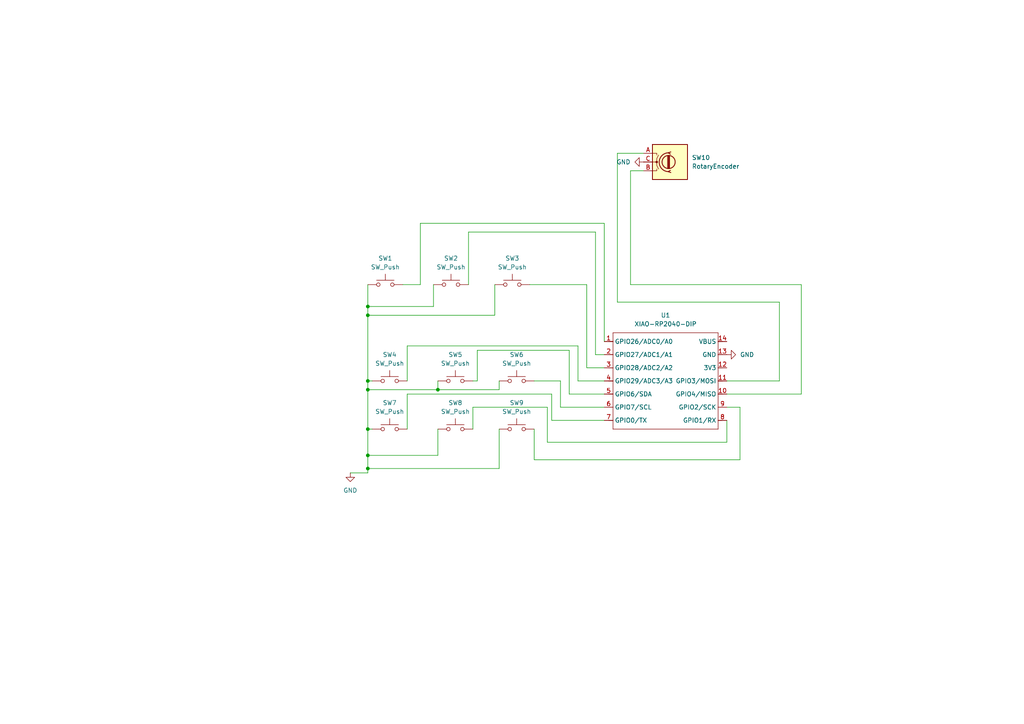
<source format=kicad_sch>
(kicad_sch
	(version 20250114)
	(generator "eeschema")
	(generator_version "9.0")
	(uuid "10659c34-eb51-49c6-994f-335cbfc43dc7")
	(paper "A4")
	(lib_symbols
		(symbol "Device:RotaryEncoder"
			(pin_names
				(offset 0.254)
				(hide yes)
			)
			(exclude_from_sim no)
			(in_bom yes)
			(on_board yes)
			(property "Reference" "SW"
				(at 0 6.604 0)
				(effects
					(font
						(size 1.27 1.27)
					)
				)
			)
			(property "Value" "RotaryEncoder"
				(at 0 -6.604 0)
				(effects
					(font
						(size 1.27 1.27)
					)
				)
			)
			(property "Footprint" ""
				(at -3.81 4.064 0)
				(effects
					(font
						(size 1.27 1.27)
					)
					(hide yes)
				)
			)
			(property "Datasheet" "~"
				(at 0 6.604 0)
				(effects
					(font
						(size 1.27 1.27)
					)
					(hide yes)
				)
			)
			(property "Description" "Rotary encoder, dual channel, incremental quadrate outputs"
				(at 0 0 0)
				(effects
					(font
						(size 1.27 1.27)
					)
					(hide yes)
				)
			)
			(property "ki_keywords" "rotary switch encoder"
				(at 0 0 0)
				(effects
					(font
						(size 1.27 1.27)
					)
					(hide yes)
				)
			)
			(property "ki_fp_filters" "RotaryEncoder*"
				(at 0 0 0)
				(effects
					(font
						(size 1.27 1.27)
					)
					(hide yes)
				)
			)
			(symbol "RotaryEncoder_0_1"
				(rectangle
					(start -5.08 5.08)
					(end 5.08 -5.08)
					(stroke
						(width 0.254)
						(type default)
					)
					(fill
						(type background)
					)
				)
				(polyline
					(pts
						(xy -5.08 2.54) (xy -3.81 2.54) (xy -3.81 2.032)
					)
					(stroke
						(width 0)
						(type default)
					)
					(fill
						(type none)
					)
				)
				(polyline
					(pts
						(xy -5.08 0) (xy -3.81 0) (xy -3.81 -1.016) (xy -3.302 -2.032)
					)
					(stroke
						(width 0)
						(type default)
					)
					(fill
						(type none)
					)
				)
				(polyline
					(pts
						(xy -5.08 -2.54) (xy -3.81 -2.54) (xy -3.81 -2.032)
					)
					(stroke
						(width 0)
						(type default)
					)
					(fill
						(type none)
					)
				)
				(polyline
					(pts
						(xy -4.318 0) (xy -3.81 0) (xy -3.81 1.016) (xy -3.302 2.032)
					)
					(stroke
						(width 0)
						(type default)
					)
					(fill
						(type none)
					)
				)
				(circle
					(center -3.81 0)
					(radius 0.254)
					(stroke
						(width 0)
						(type default)
					)
					(fill
						(type outline)
					)
				)
				(polyline
					(pts
						(xy -0.635 -1.778) (xy -0.635 1.778)
					)
					(stroke
						(width 0.254)
						(type default)
					)
					(fill
						(type none)
					)
				)
				(circle
					(center -0.381 0)
					(radius 1.905)
					(stroke
						(width 0.254)
						(type default)
					)
					(fill
						(type none)
					)
				)
				(polyline
					(pts
						(xy -0.381 -1.778) (xy -0.381 1.778)
					)
					(stroke
						(width 0.254)
						(type default)
					)
					(fill
						(type none)
					)
				)
				(arc
					(start -0.381 -2.794)
					(mid -3.0988 -0.0635)
					(end -0.381 2.667)
					(stroke
						(width 0.254)
						(type default)
					)
					(fill
						(type none)
					)
				)
				(polyline
					(pts
						(xy -0.127 1.778) (xy -0.127 -1.778)
					)
					(stroke
						(width 0.254)
						(type default)
					)
					(fill
						(type none)
					)
				)
				(polyline
					(pts
						(xy 0.254 2.921) (xy -0.508 2.667) (xy 0.127 2.286)
					)
					(stroke
						(width 0.254)
						(type default)
					)
					(fill
						(type none)
					)
				)
				(polyline
					(pts
						(xy 0.254 -3.048) (xy -0.508 -2.794) (xy 0.127 -2.413)
					)
					(stroke
						(width 0.254)
						(type default)
					)
					(fill
						(type none)
					)
				)
			)
			(symbol "RotaryEncoder_1_1"
				(pin passive line
					(at -7.62 2.54 0)
					(length 2.54)
					(name "A"
						(effects
							(font
								(size 1.27 1.27)
							)
						)
					)
					(number "A"
						(effects
							(font
								(size 1.27 1.27)
							)
						)
					)
				)
				(pin passive line
					(at -7.62 0 0)
					(length 2.54)
					(name "C"
						(effects
							(font
								(size 1.27 1.27)
							)
						)
					)
					(number "C"
						(effects
							(font
								(size 1.27 1.27)
							)
						)
					)
				)
				(pin passive line
					(at -7.62 -2.54 0)
					(length 2.54)
					(name "B"
						(effects
							(font
								(size 1.27 1.27)
							)
						)
					)
					(number "B"
						(effects
							(font
								(size 1.27 1.27)
							)
						)
					)
				)
			)
			(embedded_fonts no)
		)
		(symbol "Switch:SW_Push"
			(pin_numbers
				(hide yes)
			)
			(pin_names
				(offset 1.016)
				(hide yes)
			)
			(exclude_from_sim no)
			(in_bom yes)
			(on_board yes)
			(property "Reference" "SW"
				(at 1.27 2.54 0)
				(effects
					(font
						(size 1.27 1.27)
					)
					(justify left)
				)
			)
			(property "Value" "SW_Push"
				(at 0 -1.524 0)
				(effects
					(font
						(size 1.27 1.27)
					)
				)
			)
			(property "Footprint" ""
				(at 0 5.08 0)
				(effects
					(font
						(size 1.27 1.27)
					)
					(hide yes)
				)
			)
			(property "Datasheet" "~"
				(at 0 5.08 0)
				(effects
					(font
						(size 1.27 1.27)
					)
					(hide yes)
				)
			)
			(property "Description" "Push button switch, generic, two pins"
				(at 0 0 0)
				(effects
					(font
						(size 1.27 1.27)
					)
					(hide yes)
				)
			)
			(property "ki_keywords" "switch normally-open pushbutton push-button"
				(at 0 0 0)
				(effects
					(font
						(size 1.27 1.27)
					)
					(hide yes)
				)
			)
			(symbol "SW_Push_0_1"
				(circle
					(center -2.032 0)
					(radius 0.508)
					(stroke
						(width 0)
						(type default)
					)
					(fill
						(type none)
					)
				)
				(polyline
					(pts
						(xy 0 1.27) (xy 0 3.048)
					)
					(stroke
						(width 0)
						(type default)
					)
					(fill
						(type none)
					)
				)
				(circle
					(center 2.032 0)
					(radius 0.508)
					(stroke
						(width 0)
						(type default)
					)
					(fill
						(type none)
					)
				)
				(polyline
					(pts
						(xy 2.54 1.27) (xy -2.54 1.27)
					)
					(stroke
						(width 0)
						(type default)
					)
					(fill
						(type none)
					)
				)
				(pin passive line
					(at -5.08 0 0)
					(length 2.54)
					(name "1"
						(effects
							(font
								(size 1.27 1.27)
							)
						)
					)
					(number "1"
						(effects
							(font
								(size 1.27 1.27)
							)
						)
					)
				)
				(pin passive line
					(at 5.08 0 180)
					(length 2.54)
					(name "2"
						(effects
							(font
								(size 1.27 1.27)
							)
						)
					)
					(number "2"
						(effects
							(font
								(size 1.27 1.27)
							)
						)
					)
				)
			)
			(embedded_fonts no)
		)
		(symbol "custom hackpad:XIAO-RP2040-DIP"
			(exclude_from_sim no)
			(in_bom yes)
			(on_board yes)
			(property "Reference" "U"
				(at 0 0 0)
				(effects
					(font
						(size 1.27 1.27)
					)
				)
			)
			(property "Value" "XIAO-RP2040-DIP"
				(at 5.334 -1.778 0)
				(effects
					(font
						(size 1.27 1.27)
					)
				)
			)
			(property "Footprint" "Module:MOUDLE14P-XIAO-DIP-SMD"
				(at 14.478 -32.258 0)
				(effects
					(font
						(size 1.27 1.27)
					)
					(hide yes)
				)
			)
			(property "Datasheet" ""
				(at 0 0 0)
				(effects
					(font
						(size 1.27 1.27)
					)
					(hide yes)
				)
			)
			(property "Description" ""
				(at 0 0 0)
				(effects
					(font
						(size 1.27 1.27)
					)
					(hide yes)
				)
			)
			(symbol "XIAO-RP2040-DIP_1_0"
				(polyline
					(pts
						(xy -1.27 -2.54) (xy 29.21 -2.54)
					)
					(stroke
						(width 0.1524)
						(type solid)
					)
					(fill
						(type none)
					)
				)
				(polyline
					(pts
						(xy -1.27 -5.08) (xy -2.54 -5.08)
					)
					(stroke
						(width 0.1524)
						(type solid)
					)
					(fill
						(type none)
					)
				)
				(polyline
					(pts
						(xy -1.27 -5.08) (xy -1.27 -2.54)
					)
					(stroke
						(width 0.1524)
						(type solid)
					)
					(fill
						(type none)
					)
				)
				(polyline
					(pts
						(xy -1.27 -8.89) (xy -2.54 -8.89)
					)
					(stroke
						(width 0.1524)
						(type solid)
					)
					(fill
						(type none)
					)
				)
				(polyline
					(pts
						(xy -1.27 -8.89) (xy -1.27 -5.08)
					)
					(stroke
						(width 0.1524)
						(type solid)
					)
					(fill
						(type none)
					)
				)
				(polyline
					(pts
						(xy -1.27 -12.7) (xy -2.54 -12.7)
					)
					(stroke
						(width 0.1524)
						(type solid)
					)
					(fill
						(type none)
					)
				)
				(polyline
					(pts
						(xy -1.27 -12.7) (xy -1.27 -8.89)
					)
					(stroke
						(width 0.1524)
						(type solid)
					)
					(fill
						(type none)
					)
				)
				(polyline
					(pts
						(xy -1.27 -16.51) (xy -2.54 -16.51)
					)
					(stroke
						(width 0.1524)
						(type solid)
					)
					(fill
						(type none)
					)
				)
				(polyline
					(pts
						(xy -1.27 -16.51) (xy -1.27 -12.7)
					)
					(stroke
						(width 0.1524)
						(type solid)
					)
					(fill
						(type none)
					)
				)
				(polyline
					(pts
						(xy -1.27 -20.32) (xy -2.54 -20.32)
					)
					(stroke
						(width 0.1524)
						(type solid)
					)
					(fill
						(type none)
					)
				)
				(polyline
					(pts
						(xy -1.27 -24.13) (xy -2.54 -24.13)
					)
					(stroke
						(width 0.1524)
						(type solid)
					)
					(fill
						(type none)
					)
				)
				(polyline
					(pts
						(xy -1.27 -27.94) (xy -2.54 -27.94)
					)
					(stroke
						(width 0.1524)
						(type solid)
					)
					(fill
						(type none)
					)
				)
				(polyline
					(pts
						(xy -1.27 -30.48) (xy -1.27 -16.51)
					)
					(stroke
						(width 0.1524)
						(type solid)
					)
					(fill
						(type none)
					)
				)
				(polyline
					(pts
						(xy 29.21 -2.54) (xy 29.21 -5.08)
					)
					(stroke
						(width 0.1524)
						(type solid)
					)
					(fill
						(type none)
					)
				)
				(polyline
					(pts
						(xy 29.21 -5.08) (xy 29.21 -8.89)
					)
					(stroke
						(width 0.1524)
						(type solid)
					)
					(fill
						(type none)
					)
				)
				(polyline
					(pts
						(xy 29.21 -8.89) (xy 29.21 -12.7)
					)
					(stroke
						(width 0.1524)
						(type solid)
					)
					(fill
						(type none)
					)
				)
				(polyline
					(pts
						(xy 29.21 -12.7) (xy 29.21 -30.48)
					)
					(stroke
						(width 0.1524)
						(type solid)
					)
					(fill
						(type none)
					)
				)
				(polyline
					(pts
						(xy 29.21 -30.48) (xy -1.27 -30.48)
					)
					(stroke
						(width 0.1524)
						(type solid)
					)
					(fill
						(type none)
					)
				)
				(polyline
					(pts
						(xy 30.48 -5.08) (xy 29.21 -5.08)
					)
					(stroke
						(width 0.1524)
						(type solid)
					)
					(fill
						(type none)
					)
				)
				(polyline
					(pts
						(xy 30.48 -8.89) (xy 29.21 -8.89)
					)
					(stroke
						(width 0.1524)
						(type solid)
					)
					(fill
						(type none)
					)
				)
				(polyline
					(pts
						(xy 30.48 -12.7) (xy 29.21 -12.7)
					)
					(stroke
						(width 0.1524)
						(type solid)
					)
					(fill
						(type none)
					)
				)
				(polyline
					(pts
						(xy 30.48 -16.51) (xy 29.21 -16.51)
					)
					(stroke
						(width 0.1524)
						(type solid)
					)
					(fill
						(type none)
					)
				)
				(polyline
					(pts
						(xy 30.48 -20.32) (xy 29.21 -20.32)
					)
					(stroke
						(width 0.1524)
						(type solid)
					)
					(fill
						(type none)
					)
				)
				(polyline
					(pts
						(xy 30.48 -24.13) (xy 29.21 -24.13)
					)
					(stroke
						(width 0.1524)
						(type solid)
					)
					(fill
						(type none)
					)
				)
				(polyline
					(pts
						(xy 30.48 -27.94) (xy 29.21 -27.94)
					)
					(stroke
						(width 0.1524)
						(type solid)
					)
					(fill
						(type none)
					)
				)
				(pin passive line
					(at -3.81 -5.08 0)
					(length 2.54)
					(name "GPIO26/ADC0/A0"
						(effects
							(font
								(size 1.27 1.27)
							)
						)
					)
					(number "1"
						(effects
							(font
								(size 1.27 1.27)
							)
						)
					)
				)
				(pin passive line
					(at -3.81 -8.89 0)
					(length 2.54)
					(name "GPIO27/ADC1/A1"
						(effects
							(font
								(size 1.27 1.27)
							)
						)
					)
					(number "2"
						(effects
							(font
								(size 1.27 1.27)
							)
						)
					)
				)
				(pin passive line
					(at -3.81 -12.7 0)
					(length 2.54)
					(name "GPIO28/ADC2/A2"
						(effects
							(font
								(size 1.27 1.27)
							)
						)
					)
					(number "3"
						(effects
							(font
								(size 1.27 1.27)
							)
						)
					)
				)
				(pin passive line
					(at -3.81 -16.51 0)
					(length 2.54)
					(name "GPIO29/ADC3/A3"
						(effects
							(font
								(size 1.27 1.27)
							)
						)
					)
					(number "4"
						(effects
							(font
								(size 1.27 1.27)
							)
						)
					)
				)
				(pin passive line
					(at -3.81 -20.32 0)
					(length 2.54)
					(name "GPIO6/SDA"
						(effects
							(font
								(size 1.27 1.27)
							)
						)
					)
					(number "5"
						(effects
							(font
								(size 1.27 1.27)
							)
						)
					)
				)
				(pin passive line
					(at -3.81 -24.13 0)
					(length 2.54)
					(name "GPIO7/SCL"
						(effects
							(font
								(size 1.27 1.27)
							)
						)
					)
					(number "6"
						(effects
							(font
								(size 1.27 1.27)
							)
						)
					)
				)
				(pin passive line
					(at -3.81 -27.94 0)
					(length 2.54)
					(name "GPIO0/TX"
						(effects
							(font
								(size 1.27 1.27)
							)
						)
					)
					(number "7"
						(effects
							(font
								(size 1.27 1.27)
							)
						)
					)
				)
				(pin passive line
					(at 31.75 -5.08 180)
					(length 2.54)
					(name "VBUS"
						(effects
							(font
								(size 1.27 1.27)
							)
						)
					)
					(number "14"
						(effects
							(font
								(size 1.27 1.27)
							)
						)
					)
				)
				(pin passive line
					(at 31.75 -8.89 180)
					(length 2.54)
					(name "GND"
						(effects
							(font
								(size 1.27 1.27)
							)
						)
					)
					(number "13"
						(effects
							(font
								(size 1.27 1.27)
							)
						)
					)
				)
				(pin passive line
					(at 31.75 -12.7 180)
					(length 2.54)
					(name "3V3"
						(effects
							(font
								(size 1.27 1.27)
							)
						)
					)
					(number "12"
						(effects
							(font
								(size 1.27 1.27)
							)
						)
					)
				)
				(pin passive line
					(at 31.75 -16.51 180)
					(length 2.54)
					(name "GPIO3/MOSI"
						(effects
							(font
								(size 1.27 1.27)
							)
						)
					)
					(number "11"
						(effects
							(font
								(size 1.27 1.27)
							)
						)
					)
				)
				(pin passive line
					(at 31.75 -20.32 180)
					(length 2.54)
					(name "GPIO4/MISO"
						(effects
							(font
								(size 1.27 1.27)
							)
						)
					)
					(number "10"
						(effects
							(font
								(size 1.27 1.27)
							)
						)
					)
				)
				(pin passive line
					(at 31.75 -24.13 180)
					(length 2.54)
					(name "GPIO2/SCK"
						(effects
							(font
								(size 1.27 1.27)
							)
						)
					)
					(number "9"
						(effects
							(font
								(size 1.27 1.27)
							)
						)
					)
				)
				(pin passive line
					(at 31.75 -27.94 180)
					(length 2.54)
					(name "GPIO1/RX"
						(effects
							(font
								(size 1.27 1.27)
							)
						)
					)
					(number "8"
						(effects
							(font
								(size 1.27 1.27)
							)
						)
					)
				)
			)
			(embedded_fonts no)
		)
		(symbol "power:GND"
			(power)
			(pin_numbers
				(hide yes)
			)
			(pin_names
				(offset 0)
				(hide yes)
			)
			(exclude_from_sim no)
			(in_bom yes)
			(on_board yes)
			(property "Reference" "#PWR"
				(at 0 -6.35 0)
				(effects
					(font
						(size 1.27 1.27)
					)
					(hide yes)
				)
			)
			(property "Value" "GND"
				(at 0 -3.81 0)
				(effects
					(font
						(size 1.27 1.27)
					)
				)
			)
			(property "Footprint" ""
				(at 0 0 0)
				(effects
					(font
						(size 1.27 1.27)
					)
					(hide yes)
				)
			)
			(property "Datasheet" ""
				(at 0 0 0)
				(effects
					(font
						(size 1.27 1.27)
					)
					(hide yes)
				)
			)
			(property "Description" "Power symbol creates a global label with name \"GND\" , ground"
				(at 0 0 0)
				(effects
					(font
						(size 1.27 1.27)
					)
					(hide yes)
				)
			)
			(property "ki_keywords" "global power"
				(at 0 0 0)
				(effects
					(font
						(size 1.27 1.27)
					)
					(hide yes)
				)
			)
			(symbol "GND_0_1"
				(polyline
					(pts
						(xy 0 0) (xy 0 -1.27) (xy 1.27 -1.27) (xy 0 -2.54) (xy -1.27 -1.27) (xy 0 -1.27)
					)
					(stroke
						(width 0)
						(type default)
					)
					(fill
						(type none)
					)
				)
			)
			(symbol "GND_1_1"
				(pin power_in line
					(at 0 0 270)
					(length 0)
					(name "~"
						(effects
							(font
								(size 1.27 1.27)
							)
						)
					)
					(number "1"
						(effects
							(font
								(size 1.27 1.27)
							)
						)
					)
				)
			)
			(embedded_fonts no)
		)
	)
	(junction
		(at 106.68 91.44)
		(diameter 0)
		(color 0 0 0 0)
		(uuid "263f03d5-1d48-49d5-a925-af49361843b2")
	)
	(junction
		(at 106.68 113.03)
		(diameter 0)
		(color 0 0 0 0)
		(uuid "5acf9fb1-caad-4f09-977c-5be7547ea2f1")
	)
	(junction
		(at 106.68 135.89)
		(diameter 0)
		(color 0 0 0 0)
		(uuid "8b577162-ab6e-4639-8300-e34dff152a9d")
	)
	(junction
		(at 106.68 132.08)
		(diameter 0)
		(color 0 0 0 0)
		(uuid "a39acfbd-5d51-4156-9311-a857a76f62a9")
	)
	(junction
		(at 106.68 110.49)
		(diameter 0)
		(color 0 0 0 0)
		(uuid "b01a04ce-62f7-4357-93b1-41f7171c1f14")
	)
	(junction
		(at 106.68 88.9)
		(diameter 0)
		(color 0 0 0 0)
		(uuid "b185f5e7-f464-42c6-9379-289f6637e5d8")
	)
	(junction
		(at 127 113.03)
		(diameter 0)
		(color 0 0 0 0)
		(uuid "d71beb9c-6a74-42e9-bf7b-3b091fa14b91")
	)
	(junction
		(at 106.68 124.46)
		(diameter 0)
		(color 0 0 0 0)
		(uuid "f3f7a082-ac6d-4003-905b-1e09f66d7b9f")
	)
	(wire
		(pts
			(xy 106.68 110.49) (xy 106.68 113.03)
		)
		(stroke
			(width 0)
			(type default)
		)
		(uuid "0334173f-c609-4df3-a14b-ce73849a8377")
	)
	(wire
		(pts
			(xy 226.06 110.49) (xy 210.82 110.49)
		)
		(stroke
			(width 0)
			(type default)
		)
		(uuid "0a1fec59-04e8-47d2-8a8f-64cb412edee7")
	)
	(wire
		(pts
			(xy 121.92 64.77) (xy 175.26 64.77)
		)
		(stroke
			(width 0)
			(type default)
		)
		(uuid "11042486-f5c5-421d-89e7-490ed35c0eba")
	)
	(wire
		(pts
			(xy 165.1 114.3) (xy 175.26 114.3)
		)
		(stroke
			(width 0)
			(type default)
		)
		(uuid "1a486913-66d2-4451-bd5f-8b4a73bfd90d")
	)
	(wire
		(pts
			(xy 160.02 114.3) (xy 160.02 121.92)
		)
		(stroke
			(width 0)
			(type default)
		)
		(uuid "233c5fec-98a6-45ec-84f3-321b0f9f2bfc")
	)
	(wire
		(pts
			(xy 106.68 110.49) (xy 107.95 110.49)
		)
		(stroke
			(width 0)
			(type default)
		)
		(uuid "287d0dc0-128d-457b-aaa9-5e04c3f4125a")
	)
	(wire
		(pts
			(xy 226.06 87.63) (xy 226.06 110.49)
		)
		(stroke
			(width 0)
			(type default)
		)
		(uuid "291a6c39-59bf-4fe2-a1c3-3c2c0db2892b")
	)
	(wire
		(pts
			(xy 138.43 110.49) (xy 138.43 101.6)
		)
		(stroke
			(width 0)
			(type default)
		)
		(uuid "2e7d4410-bb07-43a1-830a-45567f702d66")
	)
	(wire
		(pts
			(xy 158.75 118.11) (xy 158.75 128.27)
		)
		(stroke
			(width 0)
			(type default)
		)
		(uuid "2f152705-4e3b-4a36-b2f7-1d59db64edbb")
	)
	(wire
		(pts
			(xy 106.68 82.55) (xy 106.68 88.9)
		)
		(stroke
			(width 0)
			(type default)
		)
		(uuid "30e87e78-61fe-4591-bc2a-b5cfb995f167")
	)
	(wire
		(pts
			(xy 179.07 87.63) (xy 226.06 87.63)
		)
		(stroke
			(width 0)
			(type default)
		)
		(uuid "36618ae8-2b4f-453b-83a9-a1f9c001436d")
	)
	(wire
		(pts
			(xy 232.41 82.55) (xy 232.41 114.3)
		)
		(stroke
			(width 0)
			(type default)
		)
		(uuid "40063787-3a3b-4a44-baf2-7e208b70fb53")
	)
	(wire
		(pts
			(xy 182.88 82.55) (xy 232.41 82.55)
		)
		(stroke
			(width 0)
			(type default)
		)
		(uuid "47c1772a-7f3a-45ec-8301-6d4209cd418d")
	)
	(wire
		(pts
			(xy 106.68 113.03) (xy 106.68 124.46)
		)
		(stroke
			(width 0)
			(type default)
		)
		(uuid "4bfc338a-afc0-4dc2-b857-00fabc489da5")
	)
	(wire
		(pts
			(xy 118.11 114.3) (xy 160.02 114.3)
		)
		(stroke
			(width 0)
			(type default)
		)
		(uuid "5170c58a-2ded-4b0a-bca4-3dc08cc0d518")
	)
	(wire
		(pts
			(xy 154.94 110.49) (xy 162.56 110.49)
		)
		(stroke
			(width 0)
			(type default)
		)
		(uuid "51b5d579-b692-48a0-973e-912f3a599f7c")
	)
	(wire
		(pts
			(xy 137.16 124.46) (xy 137.16 118.11)
		)
		(stroke
			(width 0)
			(type default)
		)
		(uuid "52bded5e-4184-49c4-8dbf-dc7326e10a23")
	)
	(wire
		(pts
			(xy 106.68 91.44) (xy 106.68 110.49)
		)
		(stroke
			(width 0)
			(type default)
		)
		(uuid "54eea23b-0ce4-4807-bfaf-483257b744c2")
	)
	(wire
		(pts
			(xy 106.68 124.46) (xy 106.68 132.08)
		)
		(stroke
			(width 0)
			(type default)
		)
		(uuid "57160324-6aa7-4a45-be32-c96d004602cc")
	)
	(wire
		(pts
			(xy 170.18 82.55) (xy 170.18 106.68)
		)
		(stroke
			(width 0)
			(type default)
		)
		(uuid "5da60de0-0b92-462f-96f5-3c1531b8d400")
	)
	(wire
		(pts
			(xy 106.68 113.03) (xy 127 113.03)
		)
		(stroke
			(width 0)
			(type default)
		)
		(uuid "5e178c6d-af20-4b0d-b297-7d3b33e4758a")
	)
	(wire
		(pts
			(xy 121.92 82.55) (xy 121.92 64.77)
		)
		(stroke
			(width 0)
			(type default)
		)
		(uuid "6033e648-4b0b-4509-af42-fe4db69337a0")
	)
	(wire
		(pts
			(xy 186.69 49.53) (xy 182.88 49.53)
		)
		(stroke
			(width 0)
			(type default)
		)
		(uuid "654cd6fa-c8ef-47dc-9d0f-45724daf0d5f")
	)
	(wire
		(pts
			(xy 138.43 101.6) (xy 165.1 101.6)
		)
		(stroke
			(width 0)
			(type default)
		)
		(uuid "673c6cb9-fcaa-4444-a123-bfbaebc675ed")
	)
	(wire
		(pts
			(xy 214.63 118.11) (xy 210.82 118.11)
		)
		(stroke
			(width 0)
			(type default)
		)
		(uuid "6750e5bd-fd3f-4997-8997-3f0c4837dcb8")
	)
	(wire
		(pts
			(xy 106.68 137.16) (xy 101.6 137.16)
		)
		(stroke
			(width 0)
			(type default)
		)
		(uuid "6907d71f-6f19-4875-b6e9-e5cd7dbfade4")
	)
	(wire
		(pts
			(xy 167.64 100.33) (xy 167.64 110.49)
		)
		(stroke
			(width 0)
			(type default)
		)
		(uuid "6a05cd06-cb95-4295-aca3-af080c62eef3")
	)
	(wire
		(pts
			(xy 175.26 64.77) (xy 175.26 99.06)
		)
		(stroke
			(width 0)
			(type default)
		)
		(uuid "6a208636-3114-4321-a2b9-d51e59a94e83")
	)
	(wire
		(pts
			(xy 144.78 110.49) (xy 144.78 113.03)
		)
		(stroke
			(width 0)
			(type default)
		)
		(uuid "6a87d8ce-fbea-481f-bbdc-0d0840671f68")
	)
	(wire
		(pts
			(xy 118.11 110.49) (xy 118.11 100.33)
		)
		(stroke
			(width 0)
			(type default)
		)
		(uuid "6d4e1049-ad0b-47d6-8118-8df3eda0df99")
	)
	(wire
		(pts
			(xy 214.63 133.35) (xy 214.63 118.11)
		)
		(stroke
			(width 0)
			(type default)
		)
		(uuid "6f3aa790-dc37-4705-b1ce-2014210c8ba2")
	)
	(wire
		(pts
			(xy 210.82 128.27) (xy 210.82 121.92)
		)
		(stroke
			(width 0)
			(type default)
		)
		(uuid "728779c4-adc9-426d-b707-89741bc12531")
	)
	(wire
		(pts
			(xy 127 132.08) (xy 106.68 132.08)
		)
		(stroke
			(width 0)
			(type default)
		)
		(uuid "75a09db0-80a1-440e-a0de-8ef4bf20c488")
	)
	(wire
		(pts
			(xy 165.1 101.6) (xy 165.1 114.3)
		)
		(stroke
			(width 0)
			(type default)
		)
		(uuid "7a443a2c-310d-4b52-8bfb-dabed00021aa")
	)
	(wire
		(pts
			(xy 137.16 110.49) (xy 138.43 110.49)
		)
		(stroke
			(width 0)
			(type default)
		)
		(uuid "7bcb00f1-e121-4a82-bfe0-d361ec3e166f")
	)
	(wire
		(pts
			(xy 106.68 135.89) (xy 106.68 137.16)
		)
		(stroke
			(width 0)
			(type default)
		)
		(uuid "7bdac897-b67d-4ef0-aad7-d91bc4317c8d")
	)
	(wire
		(pts
			(xy 172.72 102.87) (xy 175.26 102.87)
		)
		(stroke
			(width 0)
			(type default)
		)
		(uuid "7cab50a1-2fbe-47f6-b0fd-58ef1be6b2dc")
	)
	(wire
		(pts
			(xy 106.68 124.46) (xy 107.95 124.46)
		)
		(stroke
			(width 0)
			(type default)
		)
		(uuid "7cabb104-a9d7-4b1a-bc75-833f8fcb8b72")
	)
	(wire
		(pts
			(xy 106.68 132.08) (xy 106.68 135.89)
		)
		(stroke
			(width 0)
			(type default)
		)
		(uuid "898ec9b7-bcb2-4896-8b2a-ec3d065b54f2")
	)
	(wire
		(pts
			(xy 144.78 135.89) (xy 106.68 135.89)
		)
		(stroke
			(width 0)
			(type default)
		)
		(uuid "8c914523-5b97-4d7b-af7b-274a99befbf7")
	)
	(wire
		(pts
			(xy 125.73 82.55) (xy 125.73 88.9)
		)
		(stroke
			(width 0)
			(type default)
		)
		(uuid "90253ef5-c9ad-41c3-a82c-3c53240fa16a")
	)
	(wire
		(pts
			(xy 160.02 121.92) (xy 175.26 121.92)
		)
		(stroke
			(width 0)
			(type default)
		)
		(uuid "97121853-7166-4220-a8f4-aa945bf97f88")
	)
	(wire
		(pts
			(xy 172.72 67.31) (xy 172.72 102.87)
		)
		(stroke
			(width 0)
			(type default)
		)
		(uuid "98d7547d-ece9-48de-8ec1-a030462dec16")
	)
	(wire
		(pts
			(xy 144.78 124.46) (xy 144.78 135.89)
		)
		(stroke
			(width 0)
			(type default)
		)
		(uuid "98fe3e86-61f8-4518-818a-6b2d56a81246")
	)
	(wire
		(pts
			(xy 106.68 88.9) (xy 106.68 91.44)
		)
		(stroke
			(width 0)
			(type default)
		)
		(uuid "99d102b1-9555-45e7-9918-fd243a4a4a98")
	)
	(wire
		(pts
			(xy 170.18 106.68) (xy 175.26 106.68)
		)
		(stroke
			(width 0)
			(type default)
		)
		(uuid "9adebe24-91a6-4696-8ee2-2f622839f2c5")
	)
	(wire
		(pts
			(xy 232.41 114.3) (xy 210.82 114.3)
		)
		(stroke
			(width 0)
			(type default)
		)
		(uuid "a0674133-fd54-4d4b-8295-30fce1ba2f47")
	)
	(wire
		(pts
			(xy 125.73 88.9) (xy 106.68 88.9)
		)
		(stroke
			(width 0)
			(type default)
		)
		(uuid "a31228eb-a505-46d2-be04-d2130b50d6de")
	)
	(wire
		(pts
			(xy 127 124.46) (xy 127 132.08)
		)
		(stroke
			(width 0)
			(type default)
		)
		(uuid "a52b358a-abba-4748-afd5-5fcce18e3c3e")
	)
	(wire
		(pts
			(xy 127 113.03) (xy 144.78 113.03)
		)
		(stroke
			(width 0)
			(type default)
		)
		(uuid "a7cd1722-53c5-4839-a7e7-96ced75dc931")
	)
	(wire
		(pts
			(xy 135.89 82.55) (xy 135.89 67.31)
		)
		(stroke
			(width 0)
			(type default)
		)
		(uuid "ab3e00d6-ab12-4642-9f9b-837e332e694b")
	)
	(wire
		(pts
			(xy 179.07 44.45) (xy 179.07 87.63)
		)
		(stroke
			(width 0)
			(type default)
		)
		(uuid "adf0958d-9646-4a54-a691-f6a3bfc5fa86")
	)
	(wire
		(pts
			(xy 154.94 133.35) (xy 214.63 133.35)
		)
		(stroke
			(width 0)
			(type default)
		)
		(uuid "ae7d20cb-70ce-4eef-9e22-3abc761cd22e")
	)
	(wire
		(pts
			(xy 143.51 91.44) (xy 106.68 91.44)
		)
		(stroke
			(width 0)
			(type default)
		)
		(uuid "b05fde60-4857-4eed-9469-55e4b64cb470")
	)
	(wire
		(pts
			(xy 137.16 118.11) (xy 158.75 118.11)
		)
		(stroke
			(width 0)
			(type default)
		)
		(uuid "c80752b9-bdc2-4c65-a61e-fb6e1f5f8564")
	)
	(wire
		(pts
			(xy 118.11 100.33) (xy 167.64 100.33)
		)
		(stroke
			(width 0)
			(type default)
		)
		(uuid "cbae0b26-6c9c-4369-b601-bc72aa4e8b29")
	)
	(wire
		(pts
			(xy 135.89 67.31) (xy 172.72 67.31)
		)
		(stroke
			(width 0)
			(type default)
		)
		(uuid "cf388d24-265b-4982-aa7b-84d520166a8f")
	)
	(wire
		(pts
			(xy 162.56 110.49) (xy 162.56 118.11)
		)
		(stroke
			(width 0)
			(type default)
		)
		(uuid "d426fc35-0aff-44f9-b40e-eafcd7121f2a")
	)
	(wire
		(pts
			(xy 118.11 124.46) (xy 118.11 114.3)
		)
		(stroke
			(width 0)
			(type default)
		)
		(uuid "da8283be-884c-4842-ba83-a0d70d4abbbe")
	)
	(wire
		(pts
			(xy 127 110.49) (xy 127 113.03)
		)
		(stroke
			(width 0)
			(type default)
		)
		(uuid "df4106f2-d06c-4368-8bb0-e6ede010489a")
	)
	(wire
		(pts
			(xy 154.94 124.46) (xy 154.94 133.35)
		)
		(stroke
			(width 0)
			(type default)
		)
		(uuid "e13fb723-78f9-439c-8539-5b7083e1444f")
	)
	(wire
		(pts
			(xy 186.69 44.45) (xy 179.07 44.45)
		)
		(stroke
			(width 0)
			(type default)
		)
		(uuid "e7c3b7c2-29d4-4155-977e-934b10e54d8b")
	)
	(wire
		(pts
			(xy 158.75 128.27) (xy 210.82 128.27)
		)
		(stroke
			(width 0)
			(type default)
		)
		(uuid "ed419aa7-3984-4fda-87c0-9443c1ee68a4")
	)
	(wire
		(pts
			(xy 167.64 110.49) (xy 175.26 110.49)
		)
		(stroke
			(width 0)
			(type default)
		)
		(uuid "f5c220a7-08dd-4ef3-81d6-f235a7fe7971")
	)
	(wire
		(pts
			(xy 143.51 82.55) (xy 143.51 91.44)
		)
		(stroke
			(width 0)
			(type default)
		)
		(uuid "f77c8d5c-27bf-486d-b2bf-1caf9977eb61")
	)
	(wire
		(pts
			(xy 182.88 49.53) (xy 182.88 82.55)
		)
		(stroke
			(width 0)
			(type default)
		)
		(uuid "f9f23cf7-d8c0-4aad-a8e8-0aa752cddac9")
	)
	(wire
		(pts
			(xy 162.56 118.11) (xy 175.26 118.11)
		)
		(stroke
			(width 0)
			(type default)
		)
		(uuid "fbeda653-cb27-4f4f-b100-c33f81f18d8f")
	)
	(wire
		(pts
			(xy 153.67 82.55) (xy 170.18 82.55)
		)
		(stroke
			(width 0)
			(type default)
		)
		(uuid "fc20783e-e487-4392-b9b9-63bd91276527")
	)
	(wire
		(pts
			(xy 116.84 82.55) (xy 121.92 82.55)
		)
		(stroke
			(width 0)
			(type default)
		)
		(uuid "fd5f5a65-f2f9-47d1-8e2d-028c204f5175")
	)
	(symbol
		(lib_id "Switch:SW_Push")
		(at 148.59 82.55 0)
		(unit 1)
		(exclude_from_sim no)
		(in_bom yes)
		(on_board yes)
		(dnp no)
		(fields_autoplaced yes)
		(uuid "02527c92-baab-4957-ab1c-a8f85a15702d")
		(property "Reference" "SW3"
			(at 148.59 74.93 0)
			(effects
				(font
					(size 1.27 1.27)
				)
			)
		)
		(property "Value" "SW_Push"
			(at 148.59 77.47 0)
			(effects
				(font
					(size 1.27 1.27)
				)
			)
		)
		(property "Footprint" "opl:SW_Cherry_MX_1.00u_PCB"
			(at 148.59 77.47 0)
			(effects
				(font
					(size 1.27 1.27)
				)
				(hide yes)
			)
		)
		(property "Datasheet" "~"
			(at 148.59 77.47 0)
			(effects
				(font
					(size 1.27 1.27)
				)
				(hide yes)
			)
		)
		(property "Description" "Push button switch, generic, two pins"
			(at 148.59 82.55 0)
			(effects
				(font
					(size 1.27 1.27)
				)
				(hide yes)
			)
		)
		(pin "2"
			(uuid "0aff9196-5e92-4cb7-b266-063c5a3b4bf3")
		)
		(pin "1"
			(uuid "a5e26ae3-49ad-432e-aa35-7d45d7f7e795")
		)
		(instances
			(project ""
				(path "/10659c34-eb51-49c6-994f-335cbfc43dc7"
					(reference "SW3")
					(unit 1)
				)
			)
		)
	)
	(symbol
		(lib_id "custom hackpad:XIAO-RP2040-DIP")
		(at 179.07 93.98 0)
		(unit 1)
		(exclude_from_sim no)
		(in_bom yes)
		(on_board yes)
		(dnp no)
		(fields_autoplaced yes)
		(uuid "175ea33f-9ca6-454c-ab7b-2e65f1163db1")
		(property "Reference" "U1"
			(at 193.04 91.44 0)
			(effects
				(font
					(size 1.27 1.27)
				)
			)
		)
		(property "Value" "XIAO-RP2040-DIP"
			(at 193.04 93.98 0)
			(effects
				(font
					(size 1.27 1.27)
				)
			)
		)
		(property "Footprint" "opl:XIAO-RP2040-DIP"
			(at 193.548 126.238 0)
			(effects
				(font
					(size 1.27 1.27)
				)
				(hide yes)
			)
		)
		(property "Datasheet" ""
			(at 179.07 93.98 0)
			(effects
				(font
					(size 1.27 1.27)
				)
				(hide yes)
			)
		)
		(property "Description" ""
			(at 179.07 93.98 0)
			(effects
				(font
					(size 1.27 1.27)
				)
				(hide yes)
			)
		)
		(pin "1"
			(uuid "0afb6acf-904b-4761-ae0a-daa6077af944")
		)
		(pin "2"
			(uuid "e45e9556-f933-4e0d-baad-73396b84a2a4")
		)
		(pin "3"
			(uuid "89ca6672-7eac-4a0d-88b2-7dda7b616835")
		)
		(pin "4"
			(uuid "00af2362-6f9c-48af-a1a3-d193b3a6677b")
		)
		(pin "5"
			(uuid "967fba0b-5f93-4c3d-8783-c8a20e1781d9")
		)
		(pin "6"
			(uuid "8c115392-fa22-4fba-86c2-b6bc5a871468")
		)
		(pin "7"
			(uuid "31db86c0-902b-479e-a405-26799a15d62d")
		)
		(pin "14"
			(uuid "28259904-835f-45d8-8f64-ee71d0c40e36")
		)
		(pin "10"
			(uuid "78f7a696-7860-4256-9ead-37be933ada87")
		)
		(pin "9"
			(uuid "666236f0-bbad-4a49-8537-3a67409b975d")
		)
		(pin "8"
			(uuid "38f58342-0f1a-44c4-8c06-9f784df31f03")
		)
		(pin "11"
			(uuid "96256909-483f-480e-8d9f-0ac3cb9e693a")
		)
		(pin "13"
			(uuid "dd3f66b3-1cce-488c-8f8e-3c7dbf46d230")
		)
		(pin "12"
			(uuid "8dc43626-3ae1-41fe-8b34-03bf671c6fa9")
		)
		(instances
			(project ""
				(path "/10659c34-eb51-49c6-994f-335cbfc43dc7"
					(reference "U1")
					(unit 1)
				)
			)
		)
	)
	(symbol
		(lib_id "Switch:SW_Push")
		(at 149.86 124.46 0)
		(unit 1)
		(exclude_from_sim no)
		(in_bom yes)
		(on_board yes)
		(dnp no)
		(fields_autoplaced yes)
		(uuid "1c2ec631-6daa-4702-874b-82df4a82e6e2")
		(property "Reference" "SW9"
			(at 149.86 116.84 0)
			(effects
				(font
					(size 1.27 1.27)
				)
			)
		)
		(property "Value" "SW_Push"
			(at 149.86 119.38 0)
			(effects
				(font
					(size 1.27 1.27)
				)
			)
		)
		(property "Footprint" "opl:SW_Cherry_MX_1.00u_PCB"
			(at 149.86 119.38 0)
			(effects
				(font
					(size 1.27 1.27)
				)
				(hide yes)
			)
		)
		(property "Datasheet" "~"
			(at 149.86 119.38 0)
			(effects
				(font
					(size 1.27 1.27)
				)
				(hide yes)
			)
		)
		(property "Description" "Push button switch, generic, two pins"
			(at 149.86 124.46 0)
			(effects
				(font
					(size 1.27 1.27)
				)
				(hide yes)
			)
		)
		(pin "2"
			(uuid "1c11fe58-afe3-430d-b99e-af4ac2cf9ea4")
		)
		(pin "1"
			(uuid "aa601839-208c-44cf-91bc-6bf08b87ddff")
		)
		(instances
			(project "custom hackpad"
				(path "/10659c34-eb51-49c6-994f-335cbfc43dc7"
					(reference "SW9")
					(unit 1)
				)
			)
		)
	)
	(symbol
		(lib_id "Switch:SW_Push")
		(at 132.08 110.49 0)
		(unit 1)
		(exclude_from_sim no)
		(in_bom yes)
		(on_board yes)
		(dnp no)
		(fields_autoplaced yes)
		(uuid "27e693a0-f10f-4bef-abd3-d07f69113286")
		(property "Reference" "SW5"
			(at 132.08 102.87 0)
			(effects
				(font
					(size 1.27 1.27)
				)
			)
		)
		(property "Value" "SW_Push"
			(at 132.08 105.41 0)
			(effects
				(font
					(size 1.27 1.27)
				)
			)
		)
		(property "Footprint" "opl:SW_Cherry_MX_1.00u_PCB"
			(at 132.08 105.41 0)
			(effects
				(font
					(size 1.27 1.27)
				)
				(hide yes)
			)
		)
		(property "Datasheet" "~"
			(at 132.08 105.41 0)
			(effects
				(font
					(size 1.27 1.27)
				)
				(hide yes)
			)
		)
		(property "Description" "Push button switch, generic, two pins"
			(at 132.08 110.49 0)
			(effects
				(font
					(size 1.27 1.27)
				)
				(hide yes)
			)
		)
		(pin "1"
			(uuid "13407212-cd8a-4a80-b81e-e7b05c449088")
		)
		(pin "2"
			(uuid "aeefb2e3-95a2-4205-86bb-000539c73d40")
		)
		(instances
			(project "custom hackpad"
				(path "/10659c34-eb51-49c6-994f-335cbfc43dc7"
					(reference "SW5")
					(unit 1)
				)
			)
		)
	)
	(symbol
		(lib_id "Switch:SW_Push")
		(at 132.08 124.46 0)
		(unit 1)
		(exclude_from_sim no)
		(in_bom yes)
		(on_board yes)
		(dnp no)
		(fields_autoplaced yes)
		(uuid "2b1dcbb4-df91-4cfe-82c2-c0683408f8c5")
		(property "Reference" "SW8"
			(at 132.08 116.84 0)
			(effects
				(font
					(size 1.27 1.27)
				)
			)
		)
		(property "Value" "SW_Push"
			(at 132.08 119.38 0)
			(effects
				(font
					(size 1.27 1.27)
				)
			)
		)
		(property "Footprint" "opl:SW_Cherry_MX_1.00u_PCB"
			(at 132.08 119.38 0)
			(effects
				(font
					(size 1.27 1.27)
				)
				(hide yes)
			)
		)
		(property "Datasheet" "~"
			(at 132.08 119.38 0)
			(effects
				(font
					(size 1.27 1.27)
				)
				(hide yes)
			)
		)
		(property "Description" "Push button switch, generic, two pins"
			(at 132.08 124.46 0)
			(effects
				(font
					(size 1.27 1.27)
				)
				(hide yes)
			)
		)
		(pin "1"
			(uuid "288c796b-7e1c-4247-b529-cec4540cb281")
		)
		(pin "2"
			(uuid "59be995d-1c0a-41af-8996-a20122862cc0")
		)
		(instances
			(project "custom hackpad"
				(path "/10659c34-eb51-49c6-994f-335cbfc43dc7"
					(reference "SW8")
					(unit 1)
				)
			)
		)
	)
	(symbol
		(lib_id "Device:RotaryEncoder")
		(at 194.31 46.99 0)
		(unit 1)
		(exclude_from_sim no)
		(in_bom yes)
		(on_board yes)
		(dnp no)
		(fields_autoplaced yes)
		(uuid "41232789-e72a-4835-94ea-7e951c889b48")
		(property "Reference" "SW10"
			(at 200.66 45.7199 0)
			(effects
				(font
					(size 1.27 1.27)
				)
				(justify left)
			)
		)
		(property "Value" "RotaryEncoder"
			(at 200.66 48.2599 0)
			(effects
				(font
					(size 1.27 1.27)
				)
				(justify left)
			)
		)
		(property "Footprint" "opl:RotaryEncoder_Alps_EC11E_Vertical_H20mm"
			(at 190.5 42.926 0)
			(effects
				(font
					(size 1.27 1.27)
				)
				(hide yes)
			)
		)
		(property "Datasheet" "~"
			(at 194.31 40.386 0)
			(effects
				(font
					(size 1.27 1.27)
				)
				(hide yes)
			)
		)
		(property "Description" "Rotary encoder, dual channel, incremental quadrate outputs"
			(at 194.31 46.99 0)
			(effects
				(font
					(size 1.27 1.27)
				)
				(hide yes)
			)
		)
		(pin "C"
			(uuid "d2206244-2170-4aad-aaf8-c4fd56582d4a")
		)
		(pin "A"
			(uuid "caf488b4-fbaf-4a25-9307-819b6433a5cd")
		)
		(pin "B"
			(uuid "b94b00ea-56e9-49b8-9842-55eb2c46f56c")
		)
		(instances
			(project ""
				(path "/10659c34-eb51-49c6-994f-335cbfc43dc7"
					(reference "SW10")
					(unit 1)
				)
			)
		)
	)
	(symbol
		(lib_id "power:GND")
		(at 101.6 137.16 0)
		(unit 1)
		(exclude_from_sim no)
		(in_bom yes)
		(on_board yes)
		(dnp no)
		(fields_autoplaced yes)
		(uuid "7c5e326e-9311-472a-b67b-119a06fcb6c4")
		(property "Reference" "#PWR03"
			(at 101.6 143.51 0)
			(effects
				(font
					(size 1.27 1.27)
				)
				(hide yes)
			)
		)
		(property "Value" "GND"
			(at 101.6 142.24 0)
			(effects
				(font
					(size 1.27 1.27)
				)
			)
		)
		(property "Footprint" ""
			(at 101.6 137.16 0)
			(effects
				(font
					(size 1.27 1.27)
				)
				(hide yes)
			)
		)
		(property "Datasheet" ""
			(at 101.6 137.16 0)
			(effects
				(font
					(size 1.27 1.27)
				)
				(hide yes)
			)
		)
		(property "Description" "Power symbol creates a global label with name \"GND\" , ground"
			(at 101.6 137.16 0)
			(effects
				(font
					(size 1.27 1.27)
				)
				(hide yes)
			)
		)
		(pin "1"
			(uuid "be584aaa-815c-43ea-a937-cc487f4e3ffd")
		)
		(instances
			(project ""
				(path "/10659c34-eb51-49c6-994f-335cbfc43dc7"
					(reference "#PWR03")
					(unit 1)
				)
			)
		)
	)
	(symbol
		(lib_id "Switch:SW_Push")
		(at 113.03 110.49 0)
		(unit 1)
		(exclude_from_sim no)
		(in_bom yes)
		(on_board yes)
		(dnp no)
		(fields_autoplaced yes)
		(uuid "9dbae632-6a00-4bac-bfc0-91be55628ae0")
		(property "Reference" "SW4"
			(at 113.03 102.87 0)
			(effects
				(font
					(size 1.27 1.27)
				)
			)
		)
		(property "Value" "SW_Push"
			(at 113.03 105.41 0)
			(effects
				(font
					(size 1.27 1.27)
				)
			)
		)
		(property "Footprint" "opl:SW_Cherry_MX_1.00u_PCB"
			(at 113.03 105.41 0)
			(effects
				(font
					(size 1.27 1.27)
				)
				(hide yes)
			)
		)
		(property "Datasheet" "~"
			(at 113.03 105.41 0)
			(effects
				(font
					(size 1.27 1.27)
				)
				(hide yes)
			)
		)
		(property "Description" "Push button switch, generic, two pins"
			(at 113.03 110.49 0)
			(effects
				(font
					(size 1.27 1.27)
				)
				(hide yes)
			)
		)
		(pin "2"
			(uuid "bb8832e2-4441-4f85-aa07-955f8ee0668c")
		)
		(pin "1"
			(uuid "686c6557-b53f-4d5b-9c99-372a21bfc6fc")
		)
		(instances
			(project "custom hackpad"
				(path "/10659c34-eb51-49c6-994f-335cbfc43dc7"
					(reference "SW4")
					(unit 1)
				)
			)
		)
	)
	(symbol
		(lib_id "Switch:SW_Push")
		(at 149.86 110.49 0)
		(unit 1)
		(exclude_from_sim no)
		(in_bom yes)
		(on_board yes)
		(dnp no)
		(fields_autoplaced yes)
		(uuid "a08b5804-425d-4c13-8f8e-90486fac9464")
		(property "Reference" "SW6"
			(at 149.86 102.87 0)
			(effects
				(font
					(size 1.27 1.27)
				)
			)
		)
		(property "Value" "SW_Push"
			(at 149.86 105.41 0)
			(effects
				(font
					(size 1.27 1.27)
				)
			)
		)
		(property "Footprint" "opl:SW_Cherry_MX_1.00u_PCB"
			(at 149.86 105.41 0)
			(effects
				(font
					(size 1.27 1.27)
				)
				(hide yes)
			)
		)
		(property "Datasheet" "~"
			(at 149.86 105.41 0)
			(effects
				(font
					(size 1.27 1.27)
				)
				(hide yes)
			)
		)
		(property "Description" "Push button switch, generic, two pins"
			(at 149.86 110.49 0)
			(effects
				(font
					(size 1.27 1.27)
				)
				(hide yes)
			)
		)
		(pin "2"
			(uuid "94ea4333-2f17-4d95-8a51-6363256f4bf6")
		)
		(pin "1"
			(uuid "ea8acca0-96e7-4ec6-b8d1-22aac937cfb3")
		)
		(instances
			(project "custom hackpad"
				(path "/10659c34-eb51-49c6-994f-335cbfc43dc7"
					(reference "SW6")
					(unit 1)
				)
			)
		)
	)
	(symbol
		(lib_id "Switch:SW_Push")
		(at 130.81 82.55 0)
		(unit 1)
		(exclude_from_sim no)
		(in_bom yes)
		(on_board yes)
		(dnp no)
		(fields_autoplaced yes)
		(uuid "a5a061de-31c1-4e3f-96fa-4b112cc8791c")
		(property "Reference" "SW2"
			(at 130.81 74.93 0)
			(effects
				(font
					(size 1.27 1.27)
				)
			)
		)
		(property "Value" "SW_Push"
			(at 130.81 77.47 0)
			(effects
				(font
					(size 1.27 1.27)
				)
			)
		)
		(property "Footprint" "opl:SW_Cherry_MX_1.00u_PCB"
			(at 130.81 77.47 0)
			(effects
				(font
					(size 1.27 1.27)
				)
				(hide yes)
			)
		)
		(property "Datasheet" "~"
			(at 130.81 77.47 0)
			(effects
				(font
					(size 1.27 1.27)
				)
				(hide yes)
			)
		)
		(property "Description" "Push button switch, generic, two pins"
			(at 130.81 82.55 0)
			(effects
				(font
					(size 1.27 1.27)
				)
				(hide yes)
			)
		)
		(pin "1"
			(uuid "dbaa1d15-ea3f-4a51-896d-2031dfe2e5ce")
		)
		(pin "2"
			(uuid "f799d712-c592-4301-abce-b70aeea11498")
		)
		(instances
			(project ""
				(path "/10659c34-eb51-49c6-994f-335cbfc43dc7"
					(reference "SW2")
					(unit 1)
				)
			)
		)
	)
	(symbol
		(lib_id "power:GND")
		(at 186.69 46.99 270)
		(unit 1)
		(exclude_from_sim no)
		(in_bom yes)
		(on_board yes)
		(dnp no)
		(fields_autoplaced yes)
		(uuid "afb429d8-d451-48e1-b925-05bfbc99634d")
		(property "Reference" "#PWR01"
			(at 180.34 46.99 0)
			(effects
				(font
					(size 1.27 1.27)
				)
				(hide yes)
			)
		)
		(property "Value" "GND"
			(at 182.88 46.9899 90)
			(effects
				(font
					(size 1.27 1.27)
				)
				(justify right)
			)
		)
		(property "Footprint" ""
			(at 186.69 46.99 0)
			(effects
				(font
					(size 1.27 1.27)
				)
				(hide yes)
			)
		)
		(property "Datasheet" ""
			(at 186.69 46.99 0)
			(effects
				(font
					(size 1.27 1.27)
				)
				(hide yes)
			)
		)
		(property "Description" "Power symbol creates a global label with name \"GND\" , ground"
			(at 186.69 46.99 0)
			(effects
				(font
					(size 1.27 1.27)
				)
				(hide yes)
			)
		)
		(pin "1"
			(uuid "ff07a6d0-6398-446e-ac97-581ed5bb4a47")
		)
		(instances
			(project ""
				(path "/10659c34-eb51-49c6-994f-335cbfc43dc7"
					(reference "#PWR01")
					(unit 1)
				)
			)
		)
	)
	(symbol
		(lib_id "Switch:SW_Push")
		(at 113.03 124.46 0)
		(unit 1)
		(exclude_from_sim no)
		(in_bom yes)
		(on_board yes)
		(dnp no)
		(fields_autoplaced yes)
		(uuid "b196347d-78c6-4d40-ade4-19e232d79a44")
		(property "Reference" "SW7"
			(at 113.03 116.84 0)
			(effects
				(font
					(size 1.27 1.27)
				)
			)
		)
		(property "Value" "SW_Push"
			(at 113.03 119.38 0)
			(effects
				(font
					(size 1.27 1.27)
				)
			)
		)
		(property "Footprint" "opl:SW_Cherry_MX_1.00u_PCB"
			(at 113.03 119.38 0)
			(effects
				(font
					(size 1.27 1.27)
				)
				(hide yes)
			)
		)
		(property "Datasheet" "~"
			(at 113.03 119.38 0)
			(effects
				(font
					(size 1.27 1.27)
				)
				(hide yes)
			)
		)
		(property "Description" "Push button switch, generic, two pins"
			(at 113.03 124.46 0)
			(effects
				(font
					(size 1.27 1.27)
				)
				(hide yes)
			)
		)
		(pin "2"
			(uuid "d76b8b42-5e1f-479a-8ba1-b19b7234e754")
		)
		(pin "1"
			(uuid "341ffc32-602f-473f-87ad-b5cb358d1e37")
		)
		(instances
			(project "custom hackpad"
				(path "/10659c34-eb51-49c6-994f-335cbfc43dc7"
					(reference "SW7")
					(unit 1)
				)
			)
		)
	)
	(symbol
		(lib_id "power:GND")
		(at 210.82 102.87 90)
		(unit 1)
		(exclude_from_sim no)
		(in_bom yes)
		(on_board yes)
		(dnp no)
		(fields_autoplaced yes)
		(uuid "e3ff033e-d018-48c4-a1a6-61f86faabcb6")
		(property "Reference" "#PWR02"
			(at 217.17 102.87 0)
			(effects
				(font
					(size 1.27 1.27)
				)
				(hide yes)
			)
		)
		(property "Value" "GND"
			(at 214.63 102.8699 90)
			(effects
				(font
					(size 1.27 1.27)
				)
				(justify right)
			)
		)
		(property "Footprint" ""
			(at 210.82 102.87 0)
			(effects
				(font
					(size 1.27 1.27)
				)
				(hide yes)
			)
		)
		(property "Datasheet" ""
			(at 210.82 102.87 0)
			(effects
				(font
					(size 1.27 1.27)
				)
				(hide yes)
			)
		)
		(property "Description" "Power symbol creates a global label with name \"GND\" , ground"
			(at 210.82 102.87 0)
			(effects
				(font
					(size 1.27 1.27)
				)
				(hide yes)
			)
		)
		(pin "1"
			(uuid "766e858c-5e62-442b-9034-ade7657d04d8")
		)
		(instances
			(project ""
				(path "/10659c34-eb51-49c6-994f-335cbfc43dc7"
					(reference "#PWR02")
					(unit 1)
				)
			)
		)
	)
	(symbol
		(lib_id "Switch:SW_Push")
		(at 111.76 82.55 0)
		(unit 1)
		(exclude_from_sim no)
		(in_bom yes)
		(on_board yes)
		(dnp no)
		(fields_autoplaced yes)
		(uuid "f434b47d-4fca-4828-bf85-3ee028381c0c")
		(property "Reference" "SW1"
			(at 111.76 74.93 0)
			(effects
				(font
					(size 1.27 1.27)
				)
			)
		)
		(property "Value" "SW_Push"
			(at 111.76 77.47 0)
			(effects
				(font
					(size 1.27 1.27)
				)
			)
		)
		(property "Footprint" "opl:SW_Cherry_MX_1.00u_PCB"
			(at 111.76 77.47 0)
			(effects
				(font
					(size 1.27 1.27)
				)
				(hide yes)
			)
		)
		(property "Datasheet" "~"
			(at 111.76 77.47 0)
			(effects
				(font
					(size 1.27 1.27)
				)
				(hide yes)
			)
		)
		(property "Description" "Push button switch, generic, two pins"
			(at 111.76 82.55 0)
			(effects
				(font
					(size 1.27 1.27)
				)
				(hide yes)
			)
		)
		(pin "2"
			(uuid "0e964a27-27f4-4d92-9e4a-59f51ef4ebdd")
		)
		(pin "1"
			(uuid "b250138f-56e7-45af-a8e7-e0b52f1a0d0b")
		)
		(instances
			(project ""
				(path "/10659c34-eb51-49c6-994f-335cbfc43dc7"
					(reference "SW1")
					(unit 1)
				)
			)
		)
	)
	(sheet_instances
		(path "/"
			(page "1")
		)
	)
	(embedded_fonts no)
)

</source>
